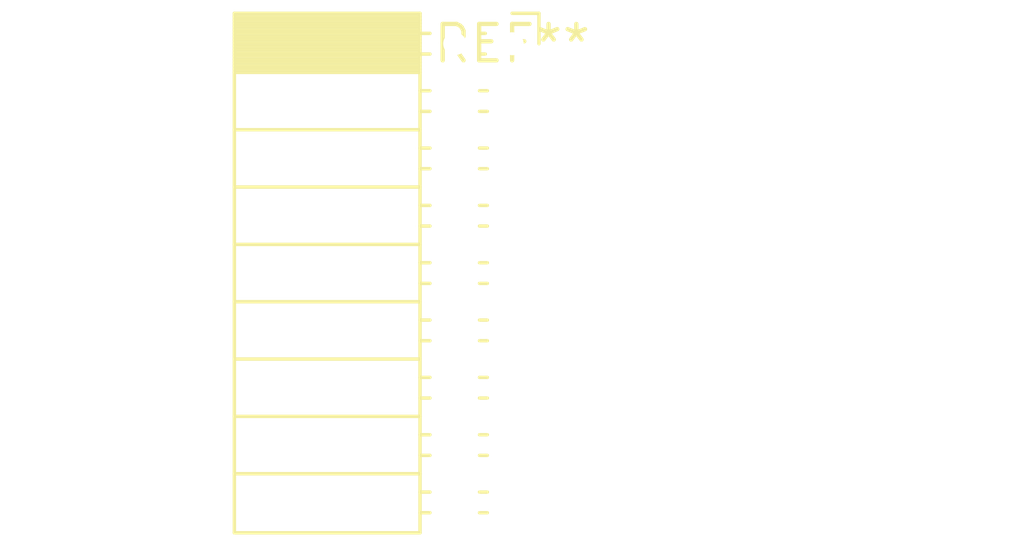
<source format=kicad_pcb>
(kicad_pcb (version 20240108) (generator pcbnew)
  (layers (0 "F.Cu" signal) (31 "B.Cu" signal) (34 "B.Paste" user) (35 "F.Paste" user) (36 "B.SilkS" user "B.Silkscreen") (37 "F.SilkS" user "F.Silkscreen") (38 "B.Mask" user) (39 "F.Mask" user) (44 "Edge.Cuts" user))
  (net 0 "")
  (footprint "PinSocket_2x09_P2.00mm_Horizontal" (layer "F.Cu") (at 0 0)
    (property "Reference" "REF**")
    (property "Value" "PinSocket_2x09_P2.00mm_Horizontal")
    (fp_line (start -9.68 -1.06) (end -9.68 17.06) (layer "F.SilkS") (stroke (width 0.12)))
    (fp_line (start -9.68 -1.06) (end -3.21 -1.06) (layer "F.SilkS") (stroke (width 0.12)))
    (fp_line (start -9.68 -0.94) (end -3.21 -0.94) (layer "F.SilkS") (stroke (width 0.12)))
    (fp_line (start -9.68 -0.825882) (end -3.21 -0.825882) (layer "F.SilkS") (stroke (width 0.12)))
    (fp_line (start -9.68 -0.711764) (end -3.21 -0.711764) (layer "F.SilkS") (stroke (width 0.12)))
    (fp_line (start -9.68 -0.597646) (end -3.21 -0.597646) (layer "F.SilkS") (stroke (width 0.12)))
    (fp_line (start -9.68 -0.483528) (end -3.21 -0.483528) (layer "F.SilkS") (stroke (width 0.12)))
    (fp_line (start -9.68 -0.36941) (end -3.21 -0.36941) (layer "F.SilkS") (stroke (width 0.12)))
    (fp_line (start -9.68 -0.255292) (end -3.21 -0.255292) (layer "F.SilkS") (stroke (width 0.12)))
    (fp_line (start -9.68 -0.141174) (end -3.21 -0.141174) (layer "F.SilkS") (stroke (width 0.12)))
    (fp_line (start -9.68 -0.027056) (end -3.21 -0.027056) (layer "F.SilkS") (stroke (width 0.12)))
    (fp_line (start -9.68 0.087062) (end -3.21 0.087062) (layer "F.SilkS") (stroke (width 0.12)))
    (fp_line (start -9.68 0.20118) (end -3.21 0.20118) (layer "F.SilkS") (stroke (width 0.12)))
    (fp_line (start -9.68 0.315298) (end -3.21 0.315298) (layer "F.SilkS") (stroke (width 0.12)))
    (fp_line (start -9.68 0.429416) (end -3.21 0.429416) (layer "F.SilkS") (stroke (width 0.12)))
    (fp_line (start -9.68 0.543534) (end -3.21 0.543534) (layer "F.SilkS") (stroke (width 0.12)))
    (fp_line (start -9.68 0.657652) (end -3.21 0.657652) (layer "F.SilkS") (stroke (width 0.12)))
    (fp_line (start -9.68 0.77177) (end -3.21 0.77177) (layer "F.SilkS") (stroke (width 0.12)))
    (fp_line (start -9.68 0.885888) (end -3.21 0.885888) (layer "F.SilkS") (stroke (width 0.12)))
    (fp_line (start -9.68 1) (end -3.21 1) (layer "F.SilkS") (stroke (width 0.12)))
    (fp_line (start -9.68 3) (end -3.21 3) (layer "F.SilkS") (stroke (width 0.12)))
    (fp_line (start -9.68 5) (end -3.21 5) (layer "F.SilkS") (stroke (width 0.12)))
    (fp_line (start -9.68 7) (end -3.21 7) (layer "F.SilkS") (stroke (width 0.12)))
    (fp_line (start -9.68 9) (end -3.21 9) (layer "F.SilkS") (stroke (width 0.12)))
    (fp_line (start -9.68 11) (end -3.21 11) (layer "F.SilkS") (stroke (width 0.12)))
    (fp_line (start -9.68 13) (end -3.21 13) (layer "F.SilkS") (stroke (width 0.12)))
    (fp_line (start -9.68 15) (end -3.21 15) (layer "F.SilkS") (stroke (width 0.12)))
    (fp_line (start -9.68 17.06) (end -3.21 17.06) (layer "F.SilkS") (stroke (width 0.12)))
    (fp_line (start -3.21 -1.06) (end -3.21 17.06) (layer "F.SilkS") (stroke (width 0.12)))
    (fp_line (start -3.21 -0.36) (end -2.862917 -0.36) (layer "F.SilkS") (stroke (width 0.12)))
    (fp_line (start -3.21 0.36) (end -2.862917 0.36) (layer "F.SilkS") (stroke (width 0.12)))
    (fp_line (start -3.21 1.64) (end -2.862917 1.64) (layer "F.SilkS") (stroke (width 0.12)))
    (fp_line (start -3.21 2.36) (end -2.862917 2.36) (layer "F.SilkS") (stroke (width 0.12)))
    (fp_line (start -3.21 3.64) (end -2.862917 3.64) (layer "F.SilkS") (stroke (width 0.12)))
    (fp_line (start -3.21 4.36) (end -2.862917 4.36) (layer "F.SilkS") (stroke (width 0.12)))
    (fp_line (start -3.21 5.64) (end -2.862917 5.64) (layer "F.SilkS") (stroke (width 0.12)))
    (fp_line (start -3.21 6.36) (end -2.862917 6.36) (layer "F.SilkS") (stroke (width 0.12)))
    (fp_line (start -3.21 7.64) (end -2.862917 7.64) (layer "F.SilkS") (stroke (width 0.12)))
    (fp_line (start -3.21 8.36) (end -2.862917 8.36) (layer "F.SilkS") (stroke (width 0.12)))
    (fp_line (start -3.21 9.64) (end -2.862917 9.64) (layer "F.SilkS") (stroke (width 0.12)))
    (fp_line (start -3.21 10.36) (end -2.862917 10.36) (layer "F.SilkS") (stroke (width 0.12)))
    (fp_line (start -3.21 11.64) (end -2.862917 11.64) (layer "F.SilkS") (stroke (width 0.12)))
    (fp_line (start -3.21 12.36) (end -2.862917 12.36) (layer "F.SilkS") (stroke (width 0.12)))
    (fp_line (start -3.21 13.64) (end -2.862917 13.64) (layer "F.SilkS") (stroke (width 0.12)))
    (fp_line (start -3.21 14.36) (end -2.862917 14.36) (layer "F.SilkS") (stroke (width 0.12)))
    (fp_line (start -3.21 15.64) (end -2.862917 15.64) (layer "F.SilkS") (stroke (width 0.12)))
    (fp_line (start -3.21 16.36) (end -2.862917 16.36) (layer "F.SilkS") (stroke (width 0.12)))
    (fp_line (start -1.137083 -0.36) (end -0.935 -0.36) (layer "F.SilkS") (stroke (width 0.12)))
    (fp_line (start -1.137083 0.36) (end -0.935 0.36) (layer "F.SilkS") (stroke (width 0.12)))
    (fp_line (start -1.137083 1.64) (end -0.862917 1.64) (layer "F.SilkS") (stroke (width 0.12)))
    (fp_line (start -1.137083 2.36) (end -0.862917 2.36) (layer "F.SilkS") (stroke (width 0.12)))
    (fp_line (start -1.137083 3.64) (end -0.862917 3.64) (layer "F.SilkS") (stroke (width 0.12)))
    (fp_line (start -1.137083 4.36) (end -0.862917 4.36) (layer "F.SilkS") (stroke (width 0.12)))
    (fp_line (start -1.137083 5.64) (end -0.862917 5.64) (layer "F.SilkS") (stroke (width 0.12)))
    (fp_line (start -1.137083 6.36) (end -0.862917 6.36) (layer "F.SilkS") (stroke (width 0.12)))
    (fp_line (start -1.137083 7.64) (end -0.862917 7.64) (layer "F.SilkS") (stroke (width 0.12)))
    (fp_line (start -1.137083 8.36) (end -0.862917 8.36) (layer "F.SilkS") (stroke (width 0.12)))
    (fp_line (start -1.137083 9.64) (end -0.862917 9.64) (layer "F.SilkS") (stroke (width 0.12)))
    (fp_line (start -1.137083 10.36) (end -0.862917 10.36) (layer "F.SilkS") (stroke (width 0.12)))
    (fp_line (start -1.137083 11.64) (end -0.862917 11.64) (layer "F.SilkS") (stroke (width 0.12)))
    (fp_line (start -1.137083 12.36) (end -0.862917 12.36) (layer "F.SilkS") (stroke (width 0.12)))
    (fp_line (start -1.137083 13.64) (end -0.862917 13.64) (layer "F.SilkS") (stroke (width 0.12)))
    (fp_line (start -1.137083 14.36) (end -0.862917 14.36) (layer "F.SilkS") (stroke (width 0.12)))
    (fp_line (start -1.137083 15.64) (end -0.862917 15.64) (layer "F.SilkS") (stroke (width 0.12)))
    (fp_line (start -1.137083 16.36) (end -0.862917 16.36) (layer "F.SilkS") (stroke (width 0.12)))
    (fp_line (start 0 -1.06) (end 0.935 -1.06) (layer "F.SilkS") (stroke (width 0.12)))
    (fp_line (start 0.935 -1.06) (end 0.935 0) (layer "F.SilkS") (stroke (width 0.12)))
    (pad "1" thru_hole rect (at 0 0) (size 1.35 1.35) (drill 0.8) (layers *.Cu *.Mask) (remove_unused_layers))
    (pad "2" thru_hole oval (at -2 0) (size 1.35 1.35) (drill 0.8) (layers *.Cu *.Mask) (remove_unused_layers))
    (pad "3" thru_hole oval (at 0 2) (size 1.35 1.35) (drill 0.8) (layers *.Cu *.Mask) (remove_unused_layers))
    (pad "4" thru_hole oval (at -2 2) (size 1.35 1.35) (drill 0.8) (layers *.Cu *.Mask) (remove_unused_layers))
    (pad "5" thru_hole oval (at 0 4) (size 1.35 1.35) (drill 0.8) (layers *.Cu *.Mask) (remove_unused_layers))
    (pad "6" thru_hole oval (at -2 4) (size 1.35 1.35) (drill 0.8) (layers *.Cu *.Mask) (remove_unused_layers))
    (pad "7" thru_hole oval (at 0 6) (size 1.35 1.35) (drill 0.8) (layers *.Cu *.Mask) (remove_unused_layers))
    (pad "8" thru_hole oval (at -2 6) (size 1.35 1.35) (drill 0.8) (layers *.Cu *.Mask) (remove_unused_layers))
    (pad "9" thru_hole oval (at 0 8) (size 1.35 1.35) (drill 0.8) (layers *.Cu *.Mask) (remove_unused_layers))
    (pad "10" thru_hole oval (at -2 8) (size 1.35 1.35) (drill 0.8) (layers *.Cu *.Mask) (remove_unused_layers))
    (pad "11" thru_hole oval (at 0 10) (size 1.35 1.35) (drill 0.8) (layers *.Cu *.Mask) (remove_unused_layers))
    (pad "12" thru_hole oval (at -2 10) (size 1.35 1.35) (drill 0.8) (layers *.Cu *.Mask) (remove_unused_layers))
    (pad "13" thru_hole oval (at 0 12) (size 1.35 1.35) (drill 0.8) (layers *.Cu *.Mask) (remove_unused_layers))
    (pad "14" thru_hole oval (at -2 12) (size 1.35 1.35) (drill 0.8) (layers *.Cu *.Mask) (remove_unused_layers))
    (pad "15" thru_hole oval (at 0 14) (size 1.35 1.35) (drill 0.8) (layers *.Cu *.Mask) (remove_unused_layers))
    (pad "16" thru_hole oval (at -2 14) (size 1.35 1.35) (drill 0.8) (layers *.Cu *.Mask) (remove_unused_layers))
    (pad "17" thru_hole oval (at 0 16) (size 1.35 1.35) (drill 0.8) (layers *.Cu *.Mask) (remove_unused_layers))
    (pad "18" thru_hole oval (at -2 16) (size 1.35 1.35) (drill 0.8) (layers *.Cu *.Mask) (remove_unused_layers))
  )
)
</source>
